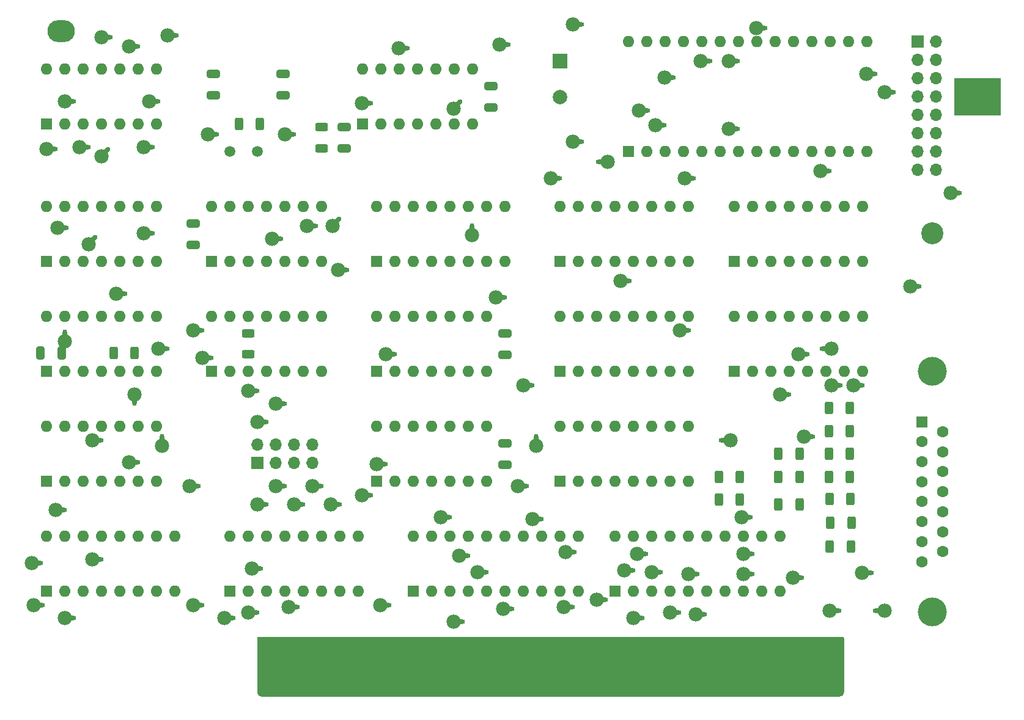
<source format=gbs>
%TF.GenerationSoftware,KiCad,Pcbnew,6.0.7-f9a2dced07~116~ubuntu20.04.1*%
%TF.CreationDate,2022-08-31T13:30:29-07:00*%
%TF.ProjectId,ISA-Card,4953412d-4361-4726-942e-6b696361645f,alpha*%
%TF.SameCoordinates,Original*%
%TF.FileFunction,Soldermask,Bot*%
%TF.FilePolarity,Negative*%
%FSLAX46Y46*%
G04 Gerber Fmt 4.6, Leading zero omitted, Abs format (unit mm)*
G04 Created by KiCad (PCBNEW 6.0.7-f9a2dced07~116~ubuntu20.04.1) date 2022-08-31 13:30:29*
%MOMM*%
%LPD*%
G01*
G04 APERTURE LIST*
G04 Aperture macros list*
%AMRoundRect*
0 Rectangle with rounded corners*
0 $1 Rounding radius*
0 $2 $3 $4 $5 $6 $7 $8 $9 X,Y pos of 4 corners*
0 Add a 4 corners polygon primitive as box body*
4,1,4,$2,$3,$4,$5,$6,$7,$8,$9,$2,$3,0*
0 Add four circle primitives for the rounded corners*
1,1,$1+$1,$2,$3*
1,1,$1+$1,$4,$5*
1,1,$1+$1,$6,$7*
1,1,$1+$1,$8,$9*
0 Add four rect primitives between the rounded corners*
20,1,$1+$1,$2,$3,$4,$5,0*
20,1,$1+$1,$4,$5,$6,$7,0*
20,1,$1+$1,$6,$7,$8,$9,0*
20,1,$1+$1,$8,$9,$2,$3,0*%
%AMHorizOval*
0 Thick line with rounded ends*
0 $1 width*
0 $2 $3 position (X,Y) of the first rounded end (center of the circle)*
0 $4 $5 position (X,Y) of the second rounded end (center of the circle)*
0 Add line between two ends*
20,1,$1,$2,$3,$4,$5,0*
0 Add two circle primitives to create the rounded ends*
1,1,$1,$2,$3*
1,1,$1,$4,$5*%
G04 Aperture macros list end*
%ADD10C,0.025400*%
%ADD11RoundRect,0.444500X-0.444500X-3.619500X0.444500X-3.619500X0.444500X3.619500X-0.444500X3.619500X0*%
%ADD12C,1.981200*%
%ADD13HorizOval,0.635000X-0.224506X-0.224506X0.224506X0.224506X0*%
%ADD14O,1.270000X0.635000*%
%ADD15C,4.000000*%
%ADD16R,1.600000X1.600000*%
%ADD17C,1.600000*%
%ADD18O,1.600000X1.600000*%
%ADD19O,0.635000X1.270000*%
%ADD20C,3.759200*%
%ADD21R,2.000000X2.000000*%
%ADD22C,2.000000*%
%ADD23O,3.810000X3.048000*%
%ADD24C,3.048000*%
%ADD25R,1.700000X1.700000*%
%ADD26O,1.700000X1.700000*%
%ADD27C,1.500000*%
%ADD28RoundRect,0.250000X0.312500X0.625000X-0.312500X0.625000X-0.312500X-0.625000X0.312500X-0.625000X0*%
%ADD29RoundRect,0.250000X0.625000X-0.312500X0.625000X0.312500X-0.625000X0.312500X-0.625000X-0.312500X0*%
%ADD30RoundRect,0.250000X0.650000X-0.325000X0.650000X0.325000X-0.650000X0.325000X-0.650000X-0.325000X0*%
%ADD31RoundRect,0.250000X-0.325000X-0.650000X0.325000X-0.650000X0.325000X0.650000X-0.325000X0.650000X0*%
%ADD32RoundRect,0.250000X-0.650000X0.325000X-0.650000X-0.325000X0.650000X-0.325000X0.650000X0.325000X0*%
%ADD33RoundRect,0.250000X-0.312500X-0.625000X0.312500X-0.625000X0.312500X0.625000X-0.312500X0.625000X0*%
%ADD34RoundRect,0.250000X-0.625000X0.312500X-0.625000X-0.312500X0.625000X-0.312500X0.625000X0.312500X0*%
G04 APERTURE END LIST*
D10*
%TO.C,REF\u002A\u002A*%
X203200000Y-64135000D02*
X209550000Y-64135000D01*
X209550000Y-64135000D02*
X209550000Y-69215000D01*
X209550000Y-69215000D02*
X203200000Y-69215000D01*
X203200000Y-69215000D02*
X203200000Y-64135000D01*
G36*
X203200000Y-64135000D02*
G01*
X209550000Y-64135000D01*
X209550000Y-69215000D01*
X203200000Y-69215000D01*
X203200000Y-64135000D01*
G37*
%TD*%
D11*
%TO.C,BUS1*%
X175260000Y-145732500D03*
X139700000Y-145732500D03*
X137160000Y-145732500D03*
X111760000Y-145732500D03*
X167640000Y-145732500D03*
X116840000Y-145732500D03*
X185420000Y-145732500D03*
X182880000Y-145732500D03*
X180340000Y-145732500D03*
X177800000Y-145732500D03*
X172720000Y-145732500D03*
X170180000Y-145732500D03*
X165100000Y-145732500D03*
X162560000Y-145732500D03*
X160020000Y-145732500D03*
X157480000Y-145732500D03*
X154940000Y-145732500D03*
X152400000Y-145732500D03*
X149860000Y-145732500D03*
X147320000Y-145732500D03*
X144780000Y-145732500D03*
X142240000Y-145732500D03*
X134620000Y-145732500D03*
X132080000Y-145732500D03*
X129540000Y-145732500D03*
X127000000Y-145732500D03*
X124460000Y-145732500D03*
X121920000Y-145732500D03*
X119380000Y-145732500D03*
X114300000Y-145732500D03*
X109220000Y-145732500D03*
%TD*%
D12*
%TO.C,TP91*%
X117094000Y-84582000D03*
D13*
X117794460Y-83881540D03*
%TD*%
D14*
%TO.C,TP24*%
X124688600Y-137160000D03*
D12*
X123698000Y-137160000D03*
%TD*%
%TO.C,TP43*%
X88900000Y-117348000D03*
D14*
X89890600Y-117348000D03*
%TD*%
D12*
%TO.C,TP75*%
X133858000Y-68326000D03*
D13*
X134558460Y-67625540D03*
%TD*%
D14*
%TO.C,TP105*%
X81000600Y-67310000D03*
D12*
X80010000Y-67310000D03*
%TD*%
%TO.C,TP51*%
X97790000Y-99060000D03*
D14*
X98780600Y-99060000D03*
%TD*%
D12*
%TO.C,TP38*%
X75692000Y-137160000D03*
D14*
X76682600Y-137160000D03*
%TD*%
D15*
%TO.C,X3*%
X200175000Y-138105000D03*
X200175000Y-104805000D03*
D16*
X198755000Y-111760000D03*
D17*
X198755000Y-114530000D03*
X198755000Y-117300000D03*
X198755000Y-120070000D03*
X198755000Y-122840000D03*
X198755000Y-125610000D03*
X198755000Y-128380000D03*
X198755000Y-131150000D03*
X201595000Y-113145000D03*
X201595000Y-115915000D03*
X201595000Y-118685000D03*
X201595000Y-121455000D03*
X201595000Y-124225000D03*
X201595000Y-126995000D03*
X201595000Y-129765000D03*
%TD*%
D16*
%TO.C,U7102*%
X128270000Y-135255000D03*
D18*
X130810000Y-135255000D03*
X133350000Y-135255000D03*
X135890000Y-135255000D03*
X138430000Y-135255000D03*
X140970000Y-135255000D03*
X143510000Y-135255000D03*
X146050000Y-135255000D03*
X148590000Y-135255000D03*
X151130000Y-135255000D03*
X151130000Y-127635000D03*
X148590000Y-127635000D03*
X146050000Y-127635000D03*
X143510000Y-127635000D03*
X140970000Y-127635000D03*
X138430000Y-127635000D03*
X135890000Y-127635000D03*
X133350000Y-127635000D03*
X130810000Y-127635000D03*
X128270000Y-127635000D03*
%TD*%
D12*
%TO.C,TP78*%
X184658000Y-76962000D03*
D14*
X185648600Y-76962000D03*
%TD*%
%TO.C,TP54*%
X125450600Y-102362000D03*
D12*
X124460000Y-102362000D03*
%TD*%
%TO.C,TP17*%
X149098000Y-137414000D03*
D14*
X150088600Y-137414000D03*
%TD*%
%TO.C,TP68*%
X154203400Y-75692000D03*
D12*
X155194000Y-75692000D03*
%TD*%
D16*
%TO.C,U7105*%
X77485000Y-135245000D03*
D18*
X80025000Y-135245000D03*
X82565000Y-135245000D03*
X85105000Y-135245000D03*
X87645000Y-135245000D03*
X90185000Y-135245000D03*
X92725000Y-135245000D03*
X95265000Y-135245000D03*
X95265000Y-127625000D03*
X92725000Y-127625000D03*
X90185000Y-127625000D03*
X87645000Y-127625000D03*
X85105000Y-127625000D03*
X82565000Y-127625000D03*
X80025000Y-127625000D03*
X77485000Y-127625000D03*
%TD*%
D12*
%TO.C,TP86*%
X150368000Y-56642000D03*
D14*
X151358600Y-56642000D03*
%TD*%
D19*
%TO.C,TP52*%
X80010000Y-99593400D03*
D12*
X80010000Y-100584000D03*
%TD*%
%TO.C,TP65*%
X163068000Y-64008000D03*
D14*
X164058600Y-64008000D03*
%TD*%
D12*
%TO.C,TP5*%
X158750000Y-138938000D03*
D14*
X159740600Y-138938000D03*
%TD*%
%TO.C,TP27*%
X111988600Y-137414000D03*
D12*
X110998000Y-137414000D03*
%TD*%
D14*
%TO.C,TP49*%
X107670600Y-111760000D03*
D12*
X106680000Y-111760000D03*
%TD*%
%TO.C,TP90*%
X139700000Y-94488000D03*
D14*
X140690600Y-94488000D03*
%TD*%
D12*
%TO.C,TP12*%
X173736000Y-124968000D03*
D14*
X174726600Y-124968000D03*
%TD*%
D12*
%TO.C,TP77*%
X171958000Y-61722000D03*
D14*
X172948600Y-61722000D03*
%TD*%
D12*
%TO.C,TP39*%
X80010000Y-138938000D03*
D14*
X81000600Y-138938000D03*
%TD*%
D12*
%TO.C,TP22*%
X133858000Y-139446000D03*
D14*
X134848600Y-139446000D03*
%TD*%
%TO.C,TP98*%
X111480600Y-71882000D03*
D12*
X110490000Y-71882000D03*
%TD*%
D14*
%TO.C,TP36*%
X115290600Y-120650000D03*
D12*
X114300000Y-120650000D03*
%TD*%
D16*
%TO.C,U7104*%
X102885000Y-135245000D03*
D18*
X105425000Y-135245000D03*
X107965000Y-135245000D03*
X110505000Y-135245000D03*
X113045000Y-135245000D03*
X115585000Y-135245000D03*
X118125000Y-135245000D03*
X120665000Y-135245000D03*
X120665000Y-127625000D03*
X118125000Y-127625000D03*
X115585000Y-127625000D03*
X113045000Y-127625000D03*
X110505000Y-127625000D03*
X107965000Y-127625000D03*
X105425000Y-127625000D03*
X102885000Y-127625000D03*
%TD*%
D12*
%TO.C,TP40*%
X83820000Y-130810000D03*
D14*
X84810600Y-130810000D03*
%TD*%
%TO.C,TP58*%
X182600600Y-102362000D03*
D12*
X181610000Y-102362000D03*
%TD*%
%TO.C,TP7*%
X163844000Y-138176000D03*
D14*
X164834600Y-138176000D03*
%TD*%
D20*
%TO.C,REF\u002A\u002A*%
X206375000Y-66675000D03*
%TD*%
D12*
%TO.C,TP60*%
X172212000Y-114300000D03*
D14*
X171221400Y-114300000D03*
%TD*%
%TO.C,TP63*%
X187172600Y-106680000D03*
D12*
X186182000Y-106680000D03*
%TD*%
D14*
%TO.C,TP72*%
X151358600Y-72898000D03*
D12*
X150368000Y-72898000D03*
%TD*%
D16*
%TO.C,U7112*%
X77465000Y-89525000D03*
D18*
X80005000Y-89525000D03*
X82545000Y-89525000D03*
X85085000Y-89525000D03*
X87625000Y-89525000D03*
X90165000Y-89525000D03*
X92705000Y-89525000D03*
X92705000Y-81905000D03*
X90165000Y-81905000D03*
X87625000Y-81905000D03*
X85085000Y-81905000D03*
X82545000Y-81905000D03*
X80005000Y-81905000D03*
X77465000Y-81905000D03*
%TD*%
D14*
%TO.C,TP34*%
X110210600Y-120650000D03*
D12*
X109220000Y-120650000D03*
%TD*%
%TO.C,TP83*%
X202692000Y-80010000D03*
D14*
X203682600Y-80010000D03*
%TD*%
D12*
%TO.C,TP107*%
X91694000Y-67310000D03*
D14*
X92684600Y-67310000D03*
%TD*%
D12*
%TO.C,TP4*%
X193548000Y-137922000D03*
D14*
X192557400Y-137922000D03*
%TD*%
D21*
%TO.C,C9*%
X148590000Y-61767323D03*
D22*
X148590000Y-66767323D03*
%TD*%
D16*
%TO.C,U7113*%
X100325000Y-104765000D03*
D18*
X102865000Y-104765000D03*
X105405000Y-104765000D03*
X107945000Y-104765000D03*
X110485000Y-104765000D03*
X113025000Y-104765000D03*
X115565000Y-104765000D03*
X115565000Y-97145000D03*
X113025000Y-97145000D03*
X110485000Y-97145000D03*
X107945000Y-97145000D03*
X105405000Y-97145000D03*
X102865000Y-97145000D03*
X100325000Y-97145000D03*
%TD*%
D12*
%TO.C,TP13*%
X157480000Y-132334000D03*
D14*
X158470600Y-132334000D03*
%TD*%
D12*
%TO.C,TP11*%
X173990000Y-132842000D03*
D14*
X174980600Y-132842000D03*
%TD*%
D12*
%TO.C,TP102*%
X94234000Y-58166000D03*
D14*
X95224600Y-58166000D03*
%TD*%
D12*
%TO.C,TP26*%
X121158000Y-121920000D03*
D14*
X122148600Y-121920000D03*
%TD*%
D23*
%TO.C,REF\u002A\u002A*%
X79525000Y-57625000D03*
%TD*%
D14*
%TO.C,TP18*%
X154660600Y-136398000D03*
D12*
X153670000Y-136398000D03*
%TD*%
%TO.C,TP84*%
X140208000Y-59436000D03*
D14*
X141198600Y-59436000D03*
%TD*%
D16*
%TO.C,U7108*%
X77465000Y-104765000D03*
D18*
X80005000Y-104765000D03*
X82545000Y-104765000D03*
X85085000Y-104765000D03*
X87625000Y-104765000D03*
X90165000Y-104765000D03*
X92705000Y-104765000D03*
X92705000Y-97145000D03*
X90165000Y-97145000D03*
X87625000Y-97145000D03*
X85085000Y-97145000D03*
X82545000Y-97145000D03*
X80005000Y-97145000D03*
X77465000Y-97145000D03*
%TD*%
D12*
%TO.C,TP62*%
X179070000Y-107950000D03*
D14*
X180060600Y-107950000D03*
%TD*%
D16*
%TO.C,U7116*%
X148605000Y-89535000D03*
D18*
X151145000Y-89535000D03*
X153685000Y-89535000D03*
X156225000Y-89535000D03*
X158765000Y-89535000D03*
X161305000Y-89535000D03*
X163845000Y-89535000D03*
X166385000Y-89535000D03*
X166385000Y-81915000D03*
X163845000Y-81915000D03*
X161305000Y-81915000D03*
X158765000Y-81915000D03*
X156225000Y-81915000D03*
X153685000Y-81915000D03*
X151145000Y-81915000D03*
X148605000Y-81915000D03*
%TD*%
D24*
%TO.C,REF\u002A\u002A*%
X200152503Y-85599587D03*
%TD*%
D12*
%TO.C,TP20*%
X144780000Y-125222000D03*
D14*
X145770600Y-125222000D03*
%TD*%
%TO.C,TP76*%
X169075100Y-61722000D03*
D12*
X168084500Y-61722000D03*
%TD*%
D14*
%TO.C,TP71*%
X148310600Y-77978000D03*
D12*
X147320000Y-77978000D03*
%TD*%
%TO.C,TP44*%
X83820000Y-114300000D03*
D14*
X84810600Y-114300000D03*
%TD*%
D19*
%TO.C,TP46*%
X89662000Y-108940600D03*
D12*
X89662000Y-107950000D03*
%TD*%
%TO.C,TP9*%
X167386000Y-138430000D03*
D14*
X168376600Y-138430000D03*
%TD*%
D12*
%TO.C,TP66*%
X159512000Y-68580000D03*
D14*
X160502600Y-68580000D03*
%TD*%
D12*
%TO.C,TP57*%
X143510000Y-106680000D03*
D14*
X144500600Y-106680000D03*
%TD*%
D16*
%TO.C,U7121*%
X172735000Y-104765000D03*
D18*
X175275000Y-104765000D03*
X177815000Y-104765000D03*
X180355000Y-104765000D03*
X182895000Y-104765000D03*
X185435000Y-104765000D03*
X187975000Y-104765000D03*
X190515000Y-104765000D03*
X190515000Y-97145000D03*
X187975000Y-97145000D03*
X185435000Y-97145000D03*
X182895000Y-97145000D03*
X180355000Y-97145000D03*
X177815000Y-97145000D03*
X175275000Y-97145000D03*
X172735000Y-97145000D03*
%TD*%
D12*
%TO.C,TP103*%
X82042000Y-73660000D03*
D14*
X83032600Y-73660000D03*
%TD*%
%TO.C,TP25*%
X133070600Y-124968000D03*
D12*
X132080000Y-124968000D03*
%TD*%
D19*
%TO.C,TP89*%
X136398000Y-84861400D03*
D12*
X136398000Y-85852000D03*
%TD*%
D14*
%TO.C,TP92*%
X114528600Y-84582000D03*
D12*
X113538000Y-84582000D03*
%TD*%
D16*
%TO.C,U7111*%
X123185000Y-104775000D03*
D18*
X125725000Y-104775000D03*
X128265000Y-104775000D03*
X130805000Y-104775000D03*
X133345000Y-104775000D03*
X135885000Y-104775000D03*
X138425000Y-104775000D03*
X138425000Y-97155000D03*
X135885000Y-97155000D03*
X133345000Y-97155000D03*
X130805000Y-97155000D03*
X128265000Y-97155000D03*
X125725000Y-97155000D03*
X123185000Y-97155000D03*
%TD*%
D16*
%TO.C,U7114*%
X121280000Y-70475000D03*
D18*
X123820000Y-70475000D03*
X126360000Y-70475000D03*
X128900000Y-70475000D03*
X131440000Y-70475000D03*
X133980000Y-70475000D03*
X136520000Y-70475000D03*
X136520000Y-62855000D03*
X133980000Y-62855000D03*
X131440000Y-62855000D03*
X128900000Y-62855000D03*
X126360000Y-62855000D03*
X123820000Y-62855000D03*
X121280000Y-62855000D03*
%TD*%
D14*
%TO.C,TP56*%
X124180600Y-117602000D03*
D12*
X123190000Y-117602000D03*
%TD*%
%TO.C,TP15*%
X137160000Y-132588000D03*
D14*
X138150600Y-132588000D03*
%TD*%
%TO.C,TP50*%
X100050600Y-102870000D03*
D12*
X99060000Y-102870000D03*
%TD*%
%TO.C,TP53*%
X92964000Y-101600000D03*
D14*
X93954600Y-101600000D03*
%TD*%
D12*
%TO.C,TP101*%
X90932000Y-73660000D03*
D14*
X91922600Y-73660000D03*
%TD*%
D12*
%TO.C,TP81*%
X191008000Y-63500000D03*
D14*
X191998600Y-63500000D03*
%TD*%
D12*
%TO.C,TP29*%
X105410000Y-138176000D03*
D14*
X106400600Y-138176000D03*
%TD*%
D13*
%TO.C,TP93*%
X84012460Y-86421540D03*
D12*
X83312000Y-87122000D03*
%TD*%
%TO.C,TP55*%
X145288000Y-115062000D03*
D19*
X145288000Y-114071400D03*
%TD*%
D14*
%TO.C,TP8*%
X167360600Y-132842000D03*
D12*
X166370000Y-132842000D03*
%TD*%
D14*
%TO.C,TP47*%
X110210600Y-109220000D03*
D12*
X109220000Y-109220000D03*
%TD*%
%TO.C,TP42*%
X75438000Y-131318000D03*
D14*
X76428600Y-131318000D03*
%TD*%
D12*
%TO.C,TP87*%
X121158000Y-67564000D03*
D14*
X122148600Y-67564000D03*
%TD*%
%TO.C,TP85*%
X127228600Y-59944000D03*
D12*
X126238000Y-59944000D03*
%TD*%
D14*
%TO.C,TP2*%
X186940600Y-137922000D03*
D12*
X185950000Y-137922000D03*
%TD*%
D14*
%TO.C,TP1*%
X191440600Y-132700000D03*
D12*
X190450000Y-132700000D03*
%TD*%
%TO.C,TP64*%
X189230000Y-106680000D03*
D14*
X190220600Y-106680000D03*
%TD*%
D12*
%TO.C,TP3*%
X180848000Y-133350000D03*
D14*
X181838600Y-133350000D03*
%TD*%
D12*
%TO.C,TP33*%
X106680000Y-123190000D03*
D14*
X107670600Y-123190000D03*
%TD*%
%TO.C,TP19*%
X150342600Y-129794000D03*
D12*
X149352000Y-129794000D03*
%TD*%
D14*
%TO.C,TP6*%
X162280600Y-132588000D03*
D12*
X161290000Y-132588000D03*
%TD*%
%TO.C,TP28*%
X105918000Y-132080000D03*
D14*
X106908600Y-132080000D03*
%TD*%
D12*
%TO.C,TP99*%
X99822000Y-71882000D03*
D14*
X100812600Y-71882000D03*
%TD*%
D16*
%TO.C,U7101*%
X156210000Y-135255000D03*
D18*
X158750000Y-135255000D03*
X161290000Y-135255000D03*
X163830000Y-135255000D03*
X166370000Y-135255000D03*
X168910000Y-135255000D03*
X171450000Y-135255000D03*
X173990000Y-135255000D03*
X176530000Y-135255000D03*
X179070000Y-135255000D03*
X179070000Y-127635000D03*
X176530000Y-127635000D03*
X173990000Y-127635000D03*
X171450000Y-127635000D03*
X168910000Y-127635000D03*
X166370000Y-127635000D03*
X163830000Y-127635000D03*
X161290000Y-127635000D03*
X158750000Y-127635000D03*
X156210000Y-127635000D03*
%TD*%
D12*
%TO.C,TP37*%
X97282000Y-120650000D03*
D14*
X98272600Y-120650000D03*
%TD*%
D12*
%TO.C,TP104*%
X85090000Y-74930000D03*
D13*
X85790460Y-74229540D03*
%TD*%
D14*
%TO.C,TP35*%
X112750600Y-123190000D03*
D12*
X111760000Y-123190000D03*
%TD*%
%TO.C,TP45*%
X93472000Y-115062000D03*
D19*
X93472000Y-114071400D03*
%TD*%
D14*
%TO.C,TP32*%
X117830600Y-123190000D03*
D12*
X116840000Y-123190000D03*
%TD*%
D14*
%TO.C,TP31*%
X98780600Y-137160000D03*
D12*
X97790000Y-137160000D03*
%TD*%
%TO.C,TP95*%
X78994000Y-84836000D03*
D14*
X79984600Y-84836000D03*
%TD*%
D16*
%TO.C,U7120*%
X172735000Y-89535000D03*
D18*
X175275000Y-89535000D03*
X177815000Y-89535000D03*
X180355000Y-89535000D03*
X182895000Y-89535000D03*
X185435000Y-89535000D03*
X187975000Y-89535000D03*
X190515000Y-89535000D03*
X190515000Y-81915000D03*
X187975000Y-81915000D03*
X185435000Y-81915000D03*
X182895000Y-81915000D03*
X180355000Y-81915000D03*
X177815000Y-81915000D03*
X175275000Y-81915000D03*
X172735000Y-81915000D03*
%TD*%
D12*
%TO.C,TP73*%
X197104000Y-92964000D03*
D14*
X198094600Y-92964000D03*
%TD*%
D12*
%TO.C,TP69*%
X165862000Y-77978000D03*
D14*
X166852600Y-77978000D03*
%TD*%
D25*
%TO.C,X2*%
X106690000Y-117480000D03*
D26*
X106690000Y-114940000D03*
X109230000Y-117480000D03*
X109230000Y-114940000D03*
X111770000Y-117480000D03*
X111770000Y-114940000D03*
X114310000Y-117480000D03*
X114310000Y-114940000D03*
%TD*%
D16*
%TO.C,U7109*%
X123205000Y-89545000D03*
D18*
X125745000Y-89545000D03*
X128285000Y-89545000D03*
X130825000Y-89545000D03*
X133365000Y-89545000D03*
X135905000Y-89545000D03*
X138445000Y-89545000D03*
X140985000Y-89545000D03*
X140985000Y-81925000D03*
X138445000Y-81925000D03*
X135905000Y-81925000D03*
X133365000Y-81925000D03*
X130825000Y-81925000D03*
X128285000Y-81925000D03*
X125745000Y-81925000D03*
X123205000Y-81925000D03*
%TD*%
D14*
%TO.C,TP61*%
X185191400Y-101600000D03*
D12*
X186182000Y-101600000D03*
%TD*%
%TO.C,TP23*%
X134620000Y-130302000D03*
D14*
X135610600Y-130302000D03*
%TD*%
%TO.C,TP88*%
X118846600Y-90678000D03*
D12*
X117856000Y-90678000D03*
%TD*%
D14*
%TO.C,TP59*%
X183362600Y-113792000D03*
D12*
X182372000Y-113792000D03*
%TD*%
D14*
%TO.C,TP16*%
X141706600Y-137668000D03*
D12*
X140716000Y-137668000D03*
%TD*%
D14*
%TO.C,TP82*%
X162788600Y-70612000D03*
D12*
X161798000Y-70612000D03*
%TD*%
%TO.C,TP79*%
X193548000Y-66040000D03*
D14*
X194538600Y-66040000D03*
%TD*%
D12*
%TO.C,TP10*%
X173990000Y-130048000D03*
D14*
X174980600Y-130048000D03*
%TD*%
D16*
%TO.C,U7115*%
X77470000Y-70475000D03*
D18*
X80010000Y-70475000D03*
X82550000Y-70475000D03*
X85090000Y-70475000D03*
X87630000Y-70475000D03*
X90170000Y-70475000D03*
X92710000Y-70475000D03*
X92710000Y-62855000D03*
X90170000Y-62855000D03*
X87630000Y-62855000D03*
X85090000Y-62855000D03*
X82550000Y-62855000D03*
X80010000Y-62855000D03*
X77470000Y-62855000D03*
%TD*%
D27*
%TO.C,X-TAL1*%
X106680000Y-74295000D03*
X102880000Y-74295000D03*
%TD*%
D16*
%TO.C,U7117*%
X148605000Y-104765000D03*
D18*
X151145000Y-104765000D03*
X153685000Y-104765000D03*
X156225000Y-104765000D03*
X158765000Y-104765000D03*
X161305000Y-104765000D03*
X163845000Y-104765000D03*
X166385000Y-104765000D03*
X166385000Y-97145000D03*
X163845000Y-97145000D03*
X161305000Y-97145000D03*
X158765000Y-97145000D03*
X156225000Y-97145000D03*
X153685000Y-97145000D03*
X151145000Y-97145000D03*
X148605000Y-97145000D03*
%TD*%
D12*
%TO.C,TP70*%
X171958000Y-71120000D03*
D14*
X172948600Y-71120000D03*
%TD*%
%TO.C,TP108*%
X86080600Y-58420000D03*
D12*
X85090000Y-58420000D03*
%TD*%
D16*
%TO.C,U7118*%
X148605000Y-120005000D03*
D18*
X151145000Y-120005000D03*
X153685000Y-120005000D03*
X156225000Y-120005000D03*
X158765000Y-120005000D03*
X161305000Y-120005000D03*
X163845000Y-120005000D03*
X166385000Y-120005000D03*
X166385000Y-112385000D03*
X163845000Y-112385000D03*
X161305000Y-112385000D03*
X158765000Y-112385000D03*
X156225000Y-112385000D03*
X153685000Y-112385000D03*
X151145000Y-112385000D03*
X148605000Y-112385000D03*
%TD*%
D25*
%TO.C,X5*%
X198120000Y-59055000D03*
D26*
X200660000Y-59055000D03*
X198120000Y-61595000D03*
X200660000Y-61595000D03*
X198120000Y-64135000D03*
X200660000Y-64135000D03*
X198120000Y-66675000D03*
X200660000Y-66675000D03*
X198120000Y-69215000D03*
X200660000Y-69215000D03*
X198120000Y-71755000D03*
X200660000Y-71755000D03*
X198120000Y-74295000D03*
X200660000Y-74295000D03*
X198120000Y-76835000D03*
X200660000Y-76835000D03*
%TD*%
D12*
%TO.C,TP41*%
X78740000Y-123952000D03*
D14*
X79730600Y-123952000D03*
%TD*%
%TO.C,TP80*%
X176758600Y-57150000D03*
D12*
X175768000Y-57150000D03*
%TD*%
%TO.C,TP94*%
X87122000Y-93980000D03*
D14*
X88112600Y-93980000D03*
%TD*%
%TO.C,TP30*%
X103098600Y-138938000D03*
D12*
X102108000Y-138938000D03*
%TD*%
%TO.C,TP21*%
X142748000Y-120650000D03*
D14*
X143738600Y-120650000D03*
%TD*%
D16*
%TO.C,U7106*%
X123185000Y-120005000D03*
D18*
X125725000Y-120005000D03*
X128265000Y-120005000D03*
X130805000Y-120005000D03*
X133345000Y-120005000D03*
X135885000Y-120005000D03*
X138425000Y-120005000D03*
X138425000Y-112385000D03*
X135885000Y-112385000D03*
X133345000Y-112385000D03*
X130805000Y-112385000D03*
X128265000Y-112385000D03*
X125725000Y-112385000D03*
X123185000Y-112385000D03*
%TD*%
D12*
%TO.C,TP97*%
X108712000Y-86360000D03*
D14*
X109702600Y-86360000D03*
%TD*%
D16*
%TO.C,U7119*%
X158100000Y-74300000D03*
D18*
X160640000Y-74300000D03*
X163180000Y-74300000D03*
X165720000Y-74300000D03*
X168260000Y-74300000D03*
X170800000Y-74300000D03*
X173340000Y-74300000D03*
X175880000Y-74300000D03*
X178420000Y-74300000D03*
X180960000Y-74300000D03*
X183500000Y-74300000D03*
X186040000Y-74300000D03*
X188580000Y-74300000D03*
X191120000Y-74300000D03*
X191120000Y-59060000D03*
X188580000Y-59060000D03*
X186040000Y-59060000D03*
X183500000Y-59060000D03*
X180960000Y-59060000D03*
X178420000Y-59060000D03*
X175880000Y-59060000D03*
X173340000Y-59060000D03*
X170800000Y-59060000D03*
X168260000Y-59060000D03*
X165720000Y-59060000D03*
X163180000Y-59060000D03*
X160640000Y-59060000D03*
X158100000Y-59060000D03*
%TD*%
D12*
%TO.C,TP14*%
X159258000Y-130048000D03*
D14*
X160248600Y-130048000D03*
%TD*%
D16*
%TO.C,U7110*%
X100325000Y-89525000D03*
D18*
X102865000Y-89525000D03*
X105405000Y-89525000D03*
X107945000Y-89525000D03*
X110485000Y-89525000D03*
X113025000Y-89525000D03*
X115565000Y-89525000D03*
X115565000Y-81905000D03*
X113025000Y-81905000D03*
X110485000Y-81905000D03*
X107945000Y-81905000D03*
X105405000Y-81905000D03*
X102865000Y-81905000D03*
X100325000Y-81905000D03*
%TD*%
D12*
%TO.C,TP67*%
X156972000Y-92202000D03*
D14*
X157962600Y-92202000D03*
%TD*%
D16*
%TO.C,U7107*%
X77465000Y-120005000D03*
D18*
X80005000Y-120005000D03*
X82545000Y-120005000D03*
X85085000Y-120005000D03*
X87625000Y-120005000D03*
X90165000Y-120005000D03*
X92705000Y-120005000D03*
X92705000Y-112385000D03*
X90165000Y-112385000D03*
X87625000Y-112385000D03*
X85085000Y-112385000D03*
X82545000Y-112385000D03*
X80005000Y-112385000D03*
X77465000Y-112385000D03*
%TD*%
D14*
%TO.C,TP96*%
X91922600Y-85598000D03*
D12*
X90932000Y-85598000D03*
%TD*%
%TO.C,TP100*%
X77470000Y-73914000D03*
D14*
X78460600Y-73914000D03*
%TD*%
D12*
%TO.C,TP48*%
X105410000Y-107442000D03*
D14*
X106400600Y-107442000D03*
%TD*%
%TO.C,TP106*%
X89890600Y-59690000D03*
D12*
X88900000Y-59690000D03*
%TD*%
D14*
%TO.C,TP74*%
X166179500Y-99110800D03*
D12*
X165188900Y-99110800D03*
%TD*%
D28*
%TO.C,R16*%
X181802500Y-119380000D03*
X178877500Y-119380000D03*
%TD*%
D29*
%TO.C,R1*%
X105410000Y-102427500D03*
X105410000Y-99502500D03*
%TD*%
D30*
%TO.C,C6*%
X100584000Y-66499000D03*
X100584000Y-63549000D03*
%TD*%
D31*
%TO.C,C4*%
X76630000Y-102235000D03*
X79580000Y-102235000D03*
%TD*%
D28*
%TO.C,R14*%
X188976000Y-125730000D03*
X186051000Y-125730000D03*
%TD*%
%TO.C,R5*%
X181802500Y-116205000D03*
X178877500Y-116205000D03*
%TD*%
D32*
%TO.C,C3*%
X140970000Y-99490000D03*
X140970000Y-102440000D03*
%TD*%
%TO.C,C1*%
X97790000Y-84250000D03*
X97790000Y-87200000D03*
%TD*%
D28*
%TO.C,R12*%
X188787500Y-119380000D03*
X185862500Y-119380000D03*
%TD*%
%TO.C,R9*%
X188787500Y-113030000D03*
X185862500Y-113030000D03*
%TD*%
%TO.C,R15*%
X181802500Y-123190000D03*
X178877500Y-123190000D03*
%TD*%
D33*
%TO.C,R4*%
X86802500Y-102235000D03*
X89727500Y-102235000D03*
%TD*%
D28*
%TO.C,R11*%
X188787500Y-116205000D03*
X185862500Y-116205000D03*
%TD*%
D32*
%TO.C,C2*%
X140970000Y-114730000D03*
X140970000Y-117680000D03*
%TD*%
D30*
%TO.C,C8*%
X139065000Y-68150000D03*
X139065000Y-65200000D03*
%TD*%
D32*
%TO.C,C7*%
X118745000Y-70915000D03*
X118745000Y-73865000D03*
%TD*%
D28*
%TO.C,R10*%
X188787500Y-109855000D03*
X185862500Y-109855000D03*
%TD*%
D33*
%TO.C,R2*%
X104140000Y-70485000D03*
X107065000Y-70485000D03*
%TD*%
D34*
%TO.C,R3*%
X115570000Y-70927500D03*
X115570000Y-73852500D03*
%TD*%
D30*
%TO.C,C5*%
X110236000Y-66499000D03*
X110236000Y-63549000D03*
%TD*%
D28*
%TO.C,R7*%
X173547500Y-122555000D03*
X170622500Y-122555000D03*
%TD*%
%TO.C,R13*%
X188853000Y-122428000D03*
X185928000Y-122428000D03*
%TD*%
%TO.C,R6*%
X173547500Y-119380000D03*
X170622500Y-119380000D03*
%TD*%
%TO.C,R8*%
X188914500Y-129032000D03*
X185989500Y-129032000D03*
%TD*%
G36*
X187902121Y-141625002D02*
G01*
X187948614Y-141678658D01*
X187960000Y-141731000D01*
X187960000Y-149216742D01*
X187958922Y-149233188D01*
X187940528Y-149372903D01*
X187932015Y-149404675D01*
X187881275Y-149527173D01*
X187864828Y-149555659D01*
X187784110Y-149660852D01*
X187760852Y-149684110D01*
X187655659Y-149764828D01*
X187627173Y-149781275D01*
X187504675Y-149832015D01*
X187472903Y-149840528D01*
X187333188Y-149858922D01*
X187316742Y-149860000D01*
X107323258Y-149860000D01*
X107306812Y-149858922D01*
X107167097Y-149840528D01*
X107135325Y-149832015D01*
X107012827Y-149781275D01*
X106984341Y-149764828D01*
X106879148Y-149684110D01*
X106855890Y-149660852D01*
X106775172Y-149555659D01*
X106758725Y-149527173D01*
X106707985Y-149404675D01*
X106699472Y-149372903D01*
X106681078Y-149233188D01*
X106680000Y-149216742D01*
X106680000Y-141731000D01*
X106700002Y-141662879D01*
X106753658Y-141616386D01*
X106806000Y-141605000D01*
X187834000Y-141605000D01*
X187902121Y-141625002D01*
G37*
M02*

</source>
